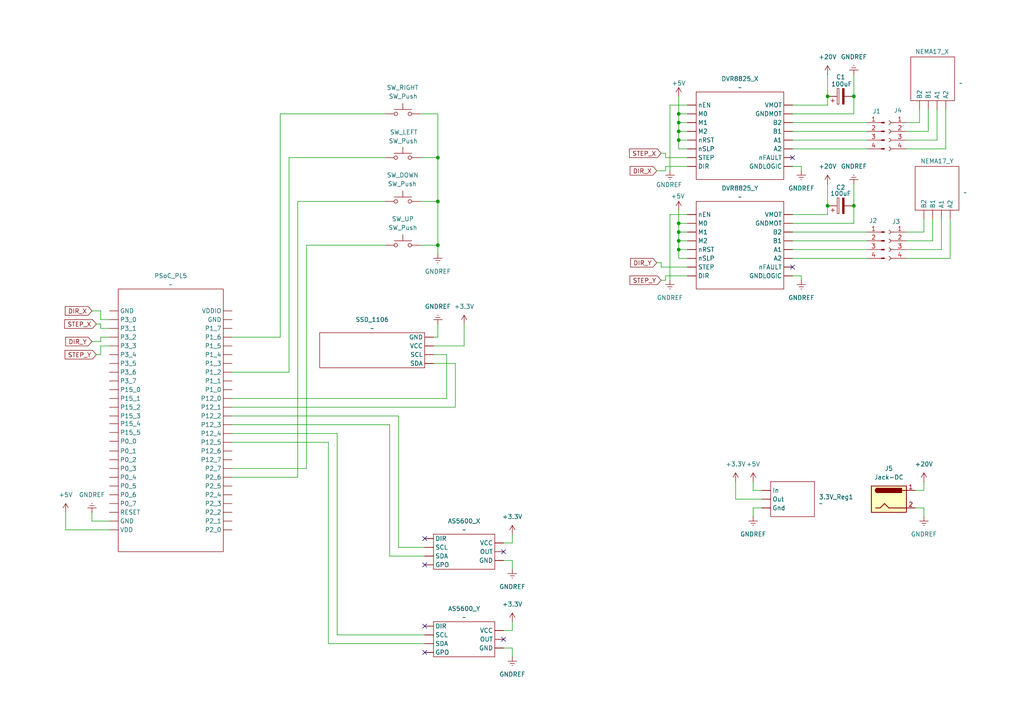
<source format=kicad_sch>
(kicad_sch (version 20231120) (generator "eeschema") (generator_version "8.0")
  (paper "A4")
  (lib_symbols
    (symbol "Connector:Conn_01x04_Pin" (pin_names (offset 1.016) hide)
      (property "Reference" "J" (at 0 5.08 0))
      (property "Value" "Conn_01x04_Pin" (at 0 -7.62 0))
      (symbol "Conn_01x04_Pin_1_1"
        (polyline (pts (xy 1.27 -5.08) (xy 0.8636 -5.08)) (stroke (width 0.1524)))
        (polyline (pts (xy 1.27 -2.54) (xy 0.8636 -2.54)) (stroke (width 0.1524)))
        (polyline (pts (xy 1.27 0) (xy 0.8636 0)) (stroke (width 0.1524)))
        (polyline (pts (xy 1.27 2.54) (xy 0.8636 2.54)) (stroke (width 0.1524)))
        (rectangle (start 0.8636 -4.953) (end 0 -5.207) (stroke (width 0.1524)) (fill (type outline)))
        (rectangle (start 0.8636 -2.413) (end 0 -2.667) (stroke (width 0.1524)) (fill (type outline)))
        (rectangle (start 0.8636 0.127) (end 0 -0.127) (stroke (width 0.1524)) (fill (type outline)))
        (rectangle (start 0.8636 2.667) (end 0 2.413) (stroke (width 0.1524)) (fill (type outline)))
        (pin passive line (at 5.08 2.54 180) (length 3.81) (name "Pin_1") (number "1"))
        (pin passive line (at 5.08 0 180) (length 3.81) (name "Pin_2") (number "2"))
        (pin passive line (at 5.08 -2.54 180) (length 3.81) (name "Pin_3") (number "3"))
        (pin passive line (at 5.08 -5.08 180) (length 3.81) (name "Pin_4") (number "4"))
      )
    )
    (symbol "Connector:Conn_01x04_Socket" (pin_names (offset 1.016) hide)
      (property "Reference" "J" (at 0 5.08 0))
      (property "Value" "Conn_01x04_Socket" (at 0 -7.62 0))
      (symbol "Conn_01x04_Socket_1_1"
        (arc (start 0 -4.572) (mid -0.5058 -5.08) (end 0 -5.588) (stroke (width 0.1524)))
        (arc (start 0 -2.032) (mid -0.5058 -2.54) (end 0 -3.048) (stroke (width 0.1524)))
        (polyline (pts (xy -1.27 -5.08) (xy -0.508 -5.08)) (stroke (width 0.1524)))
        (polyline (pts (xy -1.27 -2.54) (xy -0.508 -2.54)) (stroke (width 0.1524)))
        (polyline (pts (xy -1.27 0) (xy -0.508 0)) (stroke (width 0.1524)))
        (polyline (pts (xy -1.27 2.54) (xy -0.508 2.54)) (stroke (width 0.1524)))
        (arc (start 0 0.508) (mid -0.5058 0) (end 0 -0.508) (stroke (width 0.1524)))
        (arc (start 0 3.048) (mid -0.5058 2.54) (end 0 2.032) (stroke (width 0.1524)))
        (pin passive line (at -5.08 2.54 0) (length 3.81) (name "Pin_1") (number "1"))
        (pin passive line (at -5.08 0 0) (length 3.81) (name "Pin_2") (number "2"))
        (pin passive line (at -5.08 -2.54 0) (length 3.81) (name "Pin_3") (number "3"))
        (pin passive line (at -5.08 -5.08 0) (length 3.81) (name "Pin_4") (number "4"))
      )
    )
    (symbol "Connector:Jack-DC" (pin_names (offset 1.016))
      (property "Reference" "J" (at 0 5.334 0))
      (property "Value" "Jack-DC" (at 0 -5.08 0))
      (symbol "Jack-DC_0_1"
        (rectangle (start -5.08 3.81) (end 5.08 -3.81) (stroke (width 0.254)) (fill (type background)))
        (arc (start -3.302 3.175) (mid -3.9343 2.54) (end -3.302 1.905) (stroke (width 0.254)))
        (arc (start -3.302 3.175) (mid -3.9343 2.54) (end -3.302 1.905) (stroke (width 0.254)) (fill (type outline)))
        (polyline (pts (xy 5.08 2.54) (xy 3.81 2.54)) (stroke (width 0.254)))
        (polyline (pts (xy -3.81 -2.54) (xy -2.54 -2.54) (xy -1.27 -1.27) (xy 0 -2.54) (xy 2.54 -2.54) (xy 5.08 -2.54)) (stroke (width 0.254)))
        (rectangle (start 3.683 3.175) (end -3.302 1.905) (stroke (width 0.254)) (fill (type outline)))
      )
      (symbol "Jack-DC_1_1"
        (pin passive line (at 7.62 2.54 180) (length 2.54) (name "~") (number "1"))
        (pin passive line (at 7.62 -2.54 180) (length 2.54) (name "~") (number "2"))
      )
    )
    (symbol "DVR8825_1"
      (property "Reference" "DVR8825" (at 0 0 0))
      (symbol "DVR8825_1_0_1"
        (rectangle (start -12.7 12.7) (end 12.7 -12.7))
      )
      (symbol "DVR8825_1_1_1"
        (pin input line (at 15.24 -1.27 180) (length 2.54) (name "A1") (number ""))
        (pin input line (at 15.24 -3.81 180) (length 2.54) (name "A2") (number ""))
        (pin input line (at 15.24 1.27 180) (length 2.54) (name "B1") (number ""))
        (pin input line (at 15.24 3.81 180) (length 2.54) (name "B2") (number ""))
        (pin input line (at -15.24 -8.89 0) (length 2.54) (name "DIR") (number ""))
        (pin input line (at 15.24 -8.89 180) (length 2.54) (name "GNDLOGIC") (number ""))
        (pin input line (at 15.24 6.35 180) (length 2.54) (name "GNDMOT") (number ""))
        (pin input line (at -15.24 6.35 0) (length 2.54) (name "M0") (number ""))
        (pin input line (at -15.24 3.81 0) (length 2.54) (name "M1") (number ""))
        (pin input line (at -15.24 1.27 0) (length 2.54) (name "M2") (number ""))
        (pin input line (at -15.24 -6.35 0) (length 2.54) (name "STEP") (number ""))
        (pin input line (at 15.24 8.89 180) (length 2.54) (name "VMOT") (number ""))
        (pin input line (at -15.24 8.89 0) (length 2.54) (name "nEN") (number ""))
        (pin input line (at 15.24 -6.35 180) (length 2.54) (name "nFAULT") (number ""))
        (pin input line (at -15.24 -1.27 0) (length 2.54) (name "nRST") (number ""))
        (pin input line (at -15.24 -3.81 0) (length 2.54) (name "nSLP") (number ""))
      )
    )
    (symbol "Device:C_Polarized" (pin_numbers hide) (pin_names (offset 0.254))
      (property "Reference" "C" (at 0.635 2.54 0))
      (property "Value" "C_Polarized" (at 0.635 -2.54 0))
      (symbol "C_Polarized_0_1"
        (rectangle (start -2.286 0.508) (end 2.286 1.016))
        (polyline (pts (xy -1.778 2.286) (xy -0.762 2.286)))
        (polyline (pts (xy -1.27 2.794) (xy -1.27 1.778)))
        (rectangle (start 2.286 -0.508) (end -2.286 -1.016) (fill (type outline)))
      )
      (symbol "C_Polarized_1_1"
        (pin passive line (at 0 3.81 270) (length 2.794) (name "~") (number "1"))
        (pin passive line (at 0 -3.81 90) (length 2.794) (name "~") (number "2"))
      )
    )
    (symbol "Rotator_Library:3.3_Lin_Reg"
      (property "Reference" "3.3V_Reg" (at -0.254 4.064 0))
      (symbol "3.3_Lin_Reg_0_1"
        (rectangle (start -5.08 6.35) (end 5.08 -6.35))
      )
      (symbol "3.3_Lin_Reg_1_1"
        (pin power_in line (at 2.54 -8.89 90) (length 2.54) (name "Gnd") (number ""))
        (pin power_in line (at -2.54 -8.89 90) (length 2.54) (name "In") (number ""))
        (pin power_out line (at 0 -8.89 90) (length 2.54) (name "Out") (number ""))
      )
    )
    (symbol "Rotator_Library:AS5600"
      (property "Reference" "AS5600" (at 0 0 0))
      (symbol "AS5600_0_1"
        (rectangle (start -8.89 5.08) (end 8.89 -5.08))
      )
      (symbol "AS5600_1_1"
        (pin input line (at -11.43 3.81 0) (length 2.54) (name "DIR") (number ""))
        (pin input line (at 11.43 -2.54 180) (length 2.54) (name "GND") (number ""))
        (pin input line (at -11.43 -3.81 0) (length 2.54) (name "GPO") (number ""))
        (pin input line (at 11.43 0 180) (length 2.54) (name "OUT") (number ""))
        (pin input line (at -11.43 1.27 0) (length 2.54) (name "SCL") (number ""))
        (pin input line (at -11.43 -1.27 0) (length 2.54) (name "SDA") (number ""))
        (pin input line (at 11.43 2.54 180) (length 2.54) (name "VCC") (number ""))
      )
    )
    (symbol "Rotator_Library:DVR8825"
      (property "Reference" "DVR8825" (at 0 0 0))
      (symbol "DVR8825_0_1"
        (rectangle (start -12.7 12.7) (end 12.7 -12.7))
      )
      (symbol "DVR8825_1_1"
        (pin input line (at 15.24 -1.27 180) (length 2.54) (name "A1") (number ""))
        (pin input line (at 15.24 -3.81 180) (length 2.54) (name "A2") (number ""))
        (pin input line (at 15.24 1.27 180) (length 2.54) (name "B1") (number ""))
        (pin input line (at 15.24 3.81 180) (length 2.54) (name "B2") (number ""))
        (pin input line (at -15.24 -8.89 0) (length 2.54) (name "DIR") (number ""))
        (pin input line (at 15.24 -8.89 180) (length 2.54) (name "GNDLOGIC") (number ""))
        (pin input line (at 15.24 6.35 180) (length 2.54) (name "GNDMOT") (number ""))
        (pin input line (at -15.24 6.35 0) (length 2.54) (name "M0") (number ""))
        (pin input line (at -15.24 3.81 0) (length 2.54) (name "M1") (number ""))
        (pin input line (at -15.24 1.27 0) (length 2.54) (name "M2") (number ""))
        (pin input line (at -15.24 -6.35 0) (length 2.54) (name "STEP") (number ""))
        (pin input line (at 15.24 8.89 180) (length 2.54) (name "VMOT") (number ""))
        (pin input line (at -15.24 8.89 0) (length 2.54) (name "nEN") (number ""))
        (pin input line (at 15.24 -6.35 180) (length 2.54) (name "nFAULT") (number ""))
        (pin input line (at -15.24 -1.27 0) (length 2.54) (name "nRST") (number ""))
        (pin input line (at -15.24 -3.81 0) (length 2.54) (name "nSLP") (number ""))
      )
    )
    (symbol "Rotator_Library:NEMA17Stepper"
      (property "Reference" "NEMA17" (at 0 0 0))
      (symbol "NEMA17Stepper_0_1"
        (rectangle (start -6.35 6.35) (end 6.35 -6.35))
      )
      (symbol "NEMA17Stepper_1_1"
        (pin input line (at 1.27 -8.89 90) (length 2.54) (name "A1") (number ""))
        (pin input line (at 3.81 -8.89 90) (length 2.54) (name "A2") (number ""))
        (pin input line (at -1.27 -8.89 90) (length 2.54) (name "B1") (number ""))
        (pin input line (at -3.81 -8.89 90) (length 2.54) (name "B2") (number ""))
      )
    )
    (symbol "Rotator_Library:PSoC"
      (property "Reference" "PSoC" (at -0.254 0 0))
      (symbol "PSoC_0_1"
        (rectangle (start -15.24 38.1) (end 15.24 -38.1))
      )
      (symbol "PSoC_1_1"
        (pin input line (at -17.78 -29.21 0) (length 2.54) (name "GND") (number ""))
        (pin input line (at -17.78 31.75 0) (length 2.54) (name "GND") (number ""))
        (pin input line (at 17.78 29.21 180) (length 2.54) (name "GND") (number ""))
        (pin input line (at -17.7556 -6.0569 0) (length 2.54) (name "P0_0") (number ""))
        (pin input line (at -17.78 -8.89 0) (length 2.54) (name "P0_1") (number ""))
        (pin input line (at -17.78 -11.43 0) (length 2.54) (name "P0_2") (number ""))
        (pin input line (at -17.78 -13.97 0) (length 2.54) (name "P0_3") (number ""))
        (pin input line (at -17.78 -16.51 0) (length 2.54) (name "P0_4") (number ""))
        (pin input line (at -17.78 -19.05 0) (length 2.54) (name "P0_5") (number ""))
        (pin input line (at -17.78 -21.59 0) (length 2.54) (name "P0_6") (number ""))
        (pin input line (at -17.78 -24.13 0) (length 2.54) (name "P0_7") (number ""))
        (pin input line (at 17.78 6.35 180) (length 2.54) (name "P12_0") (number ""))
        (pin input line (at 17.78 3.81 180) (length 2.54) (name "P12_1") (number ""))
        (pin input line (at 17.78 1.27 180) (length 2.54) (name "P12_2") (number ""))
        (pin input line (at 17.78 -1.27 180) (length 2.54) (name "P12_3") (number ""))
        (pin input line (at 17.78 -3.81 180) (length 2.54) (name "P12_4") (number ""))
        (pin input line (at 17.78 -6.35 180) (length 2.54) (name "P12_5") (number ""))
        (pin input line (at 17.78 -8.89 180) (length 2.54) (name "P12_6") (number ""))
        (pin input line (at 17.78 -11.43 180) (length 2.54) (name "P12_7") (number ""))
        (pin input line (at -17.78 8.89 0) (length 2.54) (name "P15_0") (number ""))
        (pin input line (at -17.78 6.35 0) (length 2.54) (name "P15_1") (number ""))
        (pin input line (at -17.78 3.81 0) (length 2.54) (name "P15_2") (number ""))
        (pin input line (at -17.78 1.27 0) (length 2.54) (name "P15_3") (number ""))
        (pin input line (at -17.7556 -0.9769 0) (length 2.54) (name "P15_4") (number ""))
        (pin input line (at -17.7556 -3.5169 0) (length 2.54) (name "P15_5") (number ""))
        (pin input line (at 17.78 8.89 180) (length 2.54) (name "P1_0") (number ""))
        (pin input line (at 17.78 11.43 180) (length 2.54) (name "P1_1") (number ""))
        (pin input line (at 17.78 13.97 180) (length 2.54) (name "P1_2") (number ""))
        (pin input line (at 17.78 16.51 180) (length 2.54) (name "P1_3") (number ""))
        (pin input line (at 17.78 19.05 180) (length 2.54) (name "P1_4") (number ""))
        (pin input line (at 17.78 21.59 180) (length 2.54) (name "P1_5") (number ""))
        (pin input line (at 17.78 24.13 180) (length 2.54) (name "P1_6") (number ""))
        (pin input line (at 17.78 26.67 180) (length 2.54) (name "P1_7") (number ""))
        (pin input line (at 17.78 -31.75 180) (length 2.54) (name "P2_0") (number ""))
        (pin input line (at 17.78 -29.21 180) (length 2.54) (name "P2_1") (number ""))
        (pin input line (at 17.78 -26.67 180) (length 2.54) (name "P2_2") (number ""))
        (pin input line (at 17.78 -24.13 180) (length 2.54) (name "P2_3") (number ""))
        (pin input line (at 17.78 -21.59 180) (length 2.54) (name "P2_4") (number ""))
        (pin input line (at 17.78 -19.05 180) (length 2.54) (name "P2_5") (number ""))
        (pin input line (at 17.78 -16.51 180) (length 2.54) (name "P2_6") (number ""))
        (pin input line (at 17.78 -13.97 180) (length 2.54) (name "P2_7") (number ""))
        (pin tri_state line (at -17.78 29.21 0) (length 2.54) (name "P3_0") (number ""))
        (pin tri_state line (at -17.78 26.67 0) (length 2.54) (name "P3_1") (number ""))
        (pin tri_state line (at -17.78 24.13 0) (length 2.54) (name "P3_2") (number ""))
        (pin tri_state line (at -17.78 21.59 0) (length 2.54) (name "P3_3") (number ""))
        (pin input line (at -17.78 19.05 0) (length 2.54) (name "P3_4") (number ""))
        (pin input line (at -17.78 16.51 0) (length 2.54) (name "P3_5") (number ""))
        (pin input line (at -17.78 13.97 0) (length 2.54) (name "P3_6") (number ""))
        (pin input line (at -17.78 11.43 0) (length 2.54) (name "P3_7") (number ""))
        (pin input line (at -17.78 -26.67 0) (length 2.54) (name "RESET") (number ""))
        (pin input line (at -17.78 -31.75 0) (length 2.54) (name "VDD") (number ""))
        (pin input line (at 17.78 31.75 180) (length 2.54) (name "VDDIO") (number ""))
      )
    )
    (symbol "Rotator_Library:SSD1306"
      (property "Reference" "SSD1306" (at 0 0 0))
      (symbol "SSD1306_0_1"
        (rectangle (start -15.24 5.08) (end 15.24 -5.08))
      )
      (symbol "SSD1306_1_1"
        (pin input line (at 17.78 3.81 180) (length 2.54) (name "GND") (number ""))
        (pin input line (at 17.78 -1.27 180) (length 2.54) (name "SCL") (number ""))
        (pin input line (at 17.78 -3.81 180) (length 2.54) (name "SDA") (number ""))
        (pin input line (at 17.78 1.27 180) (length 2.54) (name "VCC") (number ""))
      )
    )
    (symbol "Switch:SW_Push" (pin_numbers hide) (pin_names (offset 1.016) hide)
      (property "Reference" "SW" (at 1.27 2.54 0))
      (property "Value" "SW_Push" (at 0 -1.524 0))
      (symbol "SW_Push_0_1"
        (circle (center -2.032 0) (radius 0.508))
        (polyline (pts (xy 0 1.27) (xy 0 3.048)))
        (polyline (pts (xy 2.54 1.27) (xy -2.54 1.27)))
        (circle (center 2.032 0) (radius 0.508))
        (pin passive line (at -5.08 0 0) (length 2.54) (name "1") (number "1"))
        (pin passive line (at 5.08 0 180) (length 2.54) (name "2") (number "2"))
      )
    )
    (symbol "power:+3.3V" (power) (pin_numbers hide) (pin_names (offset 0) hide)
      (property "Value" "+3.3V" (at 0 3.556 0))
      (symbol "+3.3V_0_1"
        (polyline (pts (xy -0.762 1.27) (xy 0 2.54)))
        (polyline (pts (xy 0 0) (xy 0 2.54)))
        (polyline (pts (xy 0 2.54) (xy 0.762 1.27)))
      )
      (symbol "+3.3V_1_1"
        (pin power_in line (at 0 0 90) (length 0) (name "~") (number "1"))
      )
    )
    (symbol "power:+5V" (power) (pin_numbers hide) (pin_names (offset 0) hide)
      (property "Value" "+5V" (at 0 3.556 0))
      (symbol "+5V_0_1"
        (polyline (pts (xy -0.762 1.27) (xy 0 2.54)))
        (polyline (pts (xy 0 0) (xy 0 2.54)))
        (polyline (pts (xy 0 2.54) (xy 0.762 1.27)))
      )
      (symbol "+5V_1_1"
        (pin power_in line (at 0 0 90) (length 0) (name "~") (number "1"))
      )
    )
    (symbol "power:GNDREF" (power) (pin_numbers hide) (pin_names (offset 0) hide)
      (property "Value" "GNDREF" (at 0 -3.81 0))
      (symbol "GNDREF_0_1"
        (polyline (pts (xy -0.635 -1.905) (xy 0.635 -1.905)))
        (polyline (pts (xy -0.127 -2.54) (xy 0.127 -2.54)))
        (polyline (pts (xy 0 -1.27) (xy 0 0)))
        (polyline (pts (xy 1.27 -1.27) (xy -1.27 -1.27)))
      )
      (symbol "GNDREF_1_1"
        (pin power_in line (at 0 0 270) (length 0) (name "~") (number "1"))
      )
    )
  )
  (junction (at 196.85 35.56))
  (junction (at 247.65 27.94))
  (junction (at 240.03 27.94))
  (junction (at 196.85 69.85))
  (junction (at 127 45.72))
  (junction (at 127 71.12))
  (junction (at 196.85 67.31))
  (junction (at 196.85 38.1))
  (junction (at 196.85 72.39))
  (junction (at 247.65 59.69))
  (junction (at 127 58.42))
  (junction (at 196.85 33.02))
  (junction (at 240.03 59.69))
  (junction (at 196.85 64.77))
  (junction (at 196.85 40.64))
  (no_connect (at 146.05 160.02))
  (no_connect (at 146.05 185.42))
  (no_connect (at 123.19 156.21))
  (no_connect (at 229.87 45.72))
  (no_connect (at 123.19 189.23))
  (no_connect (at 123.19 181.61))
  (no_connect (at 229.87 77.47))
  (no_connect (at 123.19 163.83))
  (wire (pts (xy 267.97 147.32) (xy 267.97 149.86)))
  (wire (pts (xy 196.85 64.77) (xy 199.39 64.77)))
  (wire (pts (xy 127 71.12) (xy 127 73.66)))
  (wire (pts (xy 262.89 69.85) (xy 270.51 69.85)))
  (wire (pts (xy 196.85 60.96) (xy 196.85 64.77)))
  (wire (pts (xy 229.87 72.39) (xy 251.46 72.39)))
  (wire (pts (xy 218.44 147.32) (xy 220.98 147.32)))
  (wire (pts (xy 123.19 184.15) (xy 97.79 184.15)))
  (wire (pts (xy 148.59 182.88) (xy 148.59 180.34)))
  (wire (pts (xy 265.43 147.32) (xy 267.97 147.32)))
  (wire (pts (xy 125.73 100.33) (xy 134.62 100.33)))
  (wire (pts (xy 115.57 120.65) (xy 67.31 120.65)))
  (wire (pts (xy 127 45.72) (xy 127 58.42)))
  (wire (pts (xy 267.97 142.24) (xy 267.97 139.7)))
  (wire (pts (xy 229.87 43.18) (xy 251.46 43.18)))
  (wire (pts (xy 273.05 72.39) (xy 273.05 63.5)))
  (wire (pts (xy 199.39 38.1) (xy 196.85 38.1)))
  (wire (pts (xy 97.79 125.73) (xy 67.31 125.73)))
  (wire (pts (xy 247.65 27.94) (xy 247.65 33.02)))
  (wire (pts (xy 270.51 69.85) (xy 270.51 63.5)))
  (wire (pts (xy 262.89 43.18) (xy 274.32 43.18)))
  (wire (pts (xy 83.82 45.72) (xy 83.82 107.95)))
  (wire (pts (xy 86.36 138.43) (xy 86.36 58.42)))
  (wire (pts (xy 275.59 74.93) (xy 275.59 63.5)))
  (wire (pts (xy 193.04 81.28) (xy 191.77 81.28)))
  (wire (pts (xy 229.87 48.26) (xy 232.41 48.26)))
  (wire (pts (xy 262.89 74.93) (xy 275.59 74.93)))
  (wire (pts (xy 81.28 97.79) (xy 67.31 97.79)))
  (wire (pts (xy 194.31 30.48) (xy 199.39 30.48)))
  (wire (pts (xy 67.31 118.11) (xy 132.08 118.11)))
  (wire (pts (xy 127 33.02) (xy 127 45.72)))
  (wire (pts (xy 123.19 158.75) (xy 115.57 158.75)))
  (wire (pts (xy 229.87 30.48) (xy 240.03 30.48)))
  (wire (pts (xy 247.65 27.94) (xy 247.65 21.59)))
  (wire (pts (xy 29.21 99.06) (xy 29.21 97.79)))
  (wire (pts (xy 146.05 182.88) (xy 148.59 182.88)))
  (wire (pts (xy 262.89 35.56) (xy 266.7 35.56)))
  (wire (pts (xy 88.9 71.12) (xy 88.9 135.89)))
  (wire (pts (xy 29.21 102.87) (xy 29.21 100.33)))
  (wire (pts (xy 146.05 162.56) (xy 148.59 162.56)))
  (wire (pts (xy 146.05 157.48) (xy 148.59 157.48)))
  (wire (pts (xy 148.59 162.56) (xy 148.59 165.1)))
  (wire (pts (xy 229.87 64.77) (xy 247.65 64.77)))
  (wire (pts (xy 262.89 40.64) (xy 271.78 40.64)))
  (wire (pts (xy 240.03 59.69) (xy 240.03 62.23)))
  (wire (pts (xy 29.21 92.71) (xy 31.75 92.71)))
  (wire (pts (xy 29.21 95.25) (xy 31.75 95.25)))
  (wire (pts (xy 121.92 45.72) (xy 127 45.72)))
  (wire (pts (xy 196.85 43.18) (xy 199.39 43.18)))
  (wire (pts (xy 262.89 67.31) (xy 267.97 67.31)))
  (wire (pts (xy 229.87 38.1) (xy 251.46 38.1)))
  (wire (pts (xy 83.82 45.72) (xy 111.76 45.72)))
  (wire (pts (xy 196.85 33.02) (xy 199.39 33.02)))
  (wire (pts (xy 97.79 125.73) (xy 97.79 184.15)))
  (wire (pts (xy 229.87 33.02) (xy 247.65 33.02)))
  (wire (pts (xy 127 93.98) (xy 127 97.79)))
  (wire (pts (xy 262.89 38.1) (xy 269.24 38.1)))
  (wire (pts (xy 146.05 187.96) (xy 148.59 187.96)))
  (wire (pts (xy 267.97 67.31) (xy 267.97 63.5)))
  (wire (pts (xy 29.21 90.17) (xy 29.21 92.71)))
  (wire (pts (xy 121.92 33.02) (xy 127 33.02)))
  (wire (pts (xy 31.75 153.67) (xy 19.05 153.67)))
  (wire (pts (xy 229.87 67.31) (xy 251.46 67.31)))
  (wire (pts (xy 193.04 44.45) (xy 193.04 45.72)))
  (wire (pts (xy 29.21 97.79) (xy 31.75 97.79)))
  (wire (pts (xy 196.85 27.94) (xy 196.85 33.02)))
  (wire (pts (xy 229.87 62.23) (xy 240.03 62.23)))
  (wire (pts (xy 127 58.42) (xy 127 71.12)))
  (wire (pts (xy 218.44 149.86) (xy 218.44 147.32)))
  (wire (pts (xy 229.87 69.85) (xy 251.46 69.85)))
  (wire (pts (xy 134.62 100.33) (xy 134.62 93.98)))
  (wire (pts (xy 232.41 48.26) (xy 232.41 49.53)))
  (wire (pts (xy 199.39 35.56) (xy 196.85 35.56)))
  (wire (pts (xy 199.39 48.26) (xy 193.04 48.26)))
  (wire (pts (xy 86.36 58.42) (xy 111.76 58.42)))
  (wire (pts (xy 81.28 33.02) (xy 81.28 97.79)))
  (wire (pts (xy 196.85 74.93) (xy 199.39 74.93)))
  (wire (pts (xy 27.94 102.87) (xy 29.21 102.87)))
  (wire (pts (xy 199.39 80.01) (xy 193.04 80.01)))
  (wire (pts (xy 67.31 107.95) (xy 83.82 107.95)))
  (wire (pts (xy 196.85 38.1) (xy 196.85 35.56)))
  (wire (pts (xy 193.04 49.53) (xy 190.5 49.53)))
  (wire (pts (xy 148.59 187.96) (xy 148.59 190.5)))
  (wire (pts (xy 196.85 35.56) (xy 196.85 33.02)))
  (wire (pts (xy 196.85 72.39) (xy 196.85 74.93)))
  (wire (pts (xy 247.65 59.69) (xy 247.65 53.34)))
  (wire (pts (xy 129.54 102.87) (xy 129.54 115.57)))
  (wire (pts (xy 127 97.79) (xy 125.73 97.79)))
  (wire (pts (xy 95.25 128.27) (xy 95.25 186.69)))
  (wire (pts (xy 229.87 35.56) (xy 251.46 35.56)))
  (wire (pts (xy 196.85 69.85) (xy 196.85 72.39)))
  (wire (pts (xy 113.03 123.19) (xy 113.03 161.29)))
  (wire (pts (xy 67.31 138.43) (xy 86.36 138.43)))
  (wire (pts (xy 218.44 142.24) (xy 220.98 142.24)))
  (wire (pts (xy 148.59 157.48) (xy 148.59 154.94)))
  (wire (pts (xy 19.05 153.67) (xy 19.05 148.59)))
  (wire (pts (xy 196.85 72.39) (xy 199.39 72.39)))
  (wire (pts (xy 196.85 69.85) (xy 196.85 67.31)))
  (wire (pts (xy 271.78 40.64) (xy 271.78 31.75)))
  (wire (pts (xy 232.41 80.01) (xy 232.41 81.28)))
  (wire (pts (xy 218.44 139.7) (xy 218.44 142.24)))
  (wire (pts (xy 191.77 44.45) (xy 193.04 44.45)))
  (wire (pts (xy 113.03 161.29) (xy 123.19 161.29)))
  (wire (pts (xy 199.39 67.31) (xy 196.85 67.31)))
  (wire (pts (xy 129.54 115.57) (xy 67.31 115.57)))
  (wire (pts (xy 213.36 139.7) (xy 213.36 144.78)))
  (wire (pts (xy 265.43 142.24) (xy 267.97 142.24)))
  (wire (pts (xy 247.65 59.69) (xy 247.65 64.77)))
  (wire (pts (xy 213.36 144.78) (xy 220.98 144.78)))
  (wire (pts (xy 29.21 93.98) (xy 29.21 95.25)))
  (wire (pts (xy 229.87 80.01) (xy 232.41 80.01)))
  (wire (pts (xy 88.9 71.12) (xy 111.76 71.12)))
  (wire (pts (xy 26.67 151.13) (xy 26.67 148.59)))
  (wire (pts (xy 125.73 102.87) (xy 129.54 102.87)))
  (wire (pts (xy 269.24 38.1) (xy 269.24 31.75)))
  (wire (pts (xy 194.31 62.23) (xy 194.31 81.28)))
  (wire (pts (xy 229.87 40.64) (xy 251.46 40.64)))
  (wire (pts (xy 121.92 58.42) (xy 127 58.42)))
  (wire (pts (xy 196.85 40.64) (xy 196.85 43.18)))
  (wire (pts (xy 27.94 93.98) (xy 29.21 93.98)))
  (wire (pts (xy 194.31 62.23) (xy 199.39 62.23)))
  (wire (pts (xy 199.39 69.85) (xy 196.85 69.85)))
  (wire (pts (xy 26.67 99.06) (xy 29.21 99.06)))
  (wire (pts (xy 132.08 105.41) (xy 132.08 118.11)))
  (wire (pts (xy 240.03 27.94) (xy 240.03 30.48)))
  (wire (pts (xy 274.32 43.18) (xy 274.32 31.75)))
  (wire (pts (xy 240.03 27.94) (xy 240.03 21.59)))
  (wire (pts (xy 193.04 80.01) (xy 193.04 81.28)))
  (wire (pts (xy 196.85 67.31) (xy 196.85 64.77)))
  (wire (pts (xy 196.85 38.1) (xy 196.85 40.64)))
  (wire (pts (xy 125.73 105.41) (xy 132.08 105.41)))
  (wire (pts (xy 113.03 123.19) (xy 67.31 123.19)))
  (wire (pts (xy 191.77 76.2) (xy 191.77 77.47)))
  (wire (pts (xy 191.77 77.47) (xy 199.39 77.47)))
  (wire (pts (xy 229.87 74.93) (xy 251.46 74.93)))
  (wire (pts (xy 194.31 30.48) (xy 194.31 49.53)))
  (wire (pts (xy 266.7 35.56) (xy 266.7 31.75)))
  (wire (pts (xy 240.03 59.69) (xy 240.03 53.34)))
  (wire (pts (xy 81.28 33.02) (xy 111.76 33.02)))
  (wire (pts (xy 95.25 128.27) (xy 67.31 128.27)))
  (wire (pts (xy 26.67 90.17) (xy 29.21 90.17)))
  (wire (pts (xy 190.5 76.2) (xy 191.77 76.2)))
  (wire (pts (xy 31.75 151.13) (xy 26.67 151.13)))
  (wire (pts (xy 121.92 71.12) (xy 127 71.12)))
  (wire (pts (xy 196.85 40.64) (xy 199.39 40.64)))
  (wire (pts (xy 193.04 45.72) (xy 199.39 45.72)))
  (wire (pts (xy 115.57 120.65) (xy 115.57 158.75)))
  (wire (pts (xy 193.04 48.26) (xy 193.04 49.53)))
  (wire (pts (xy 29.21 100.33) (xy 31.75 100.33)))
  (wire (pts (xy 123.19 186.69) (xy 95.25 186.69)))
  (wire (pts (xy 67.31 135.89) (xy 88.9 135.89)))
  (wire (pts (xy 262.89 72.39) (xy 273.05 72.39)))
  (global_label "STEP_X" (shape input) (at 191.77 44.45 180) (property "Intersheetrefs" "${INTERSHEET_REFS}" (effects (hide yes))))
  (global_label "DIR_Y" (shape input) (at 190.5 76.2 180) (property "Intersheetrefs" "${INTERSHEET_REFS}" (effects (hide yes))))
  (global_label "STEP_Y" (shape input) (at 27.94 102.87 180) (property "Intersheetrefs" "${INTERSHEET_REFS}" (effects (hide yes))))
  (global_label "STEP_X" (shape input) (at 27.94 93.98 180) (property "Intersheetrefs" "${INTERSHEET_REFS}" (effects (hide yes))))
  (global_label "DIR_X" (shape input) (at 26.67 90.17 180) (property "Intersheetrefs" "${INTERSHEET_REFS}" (effects (hide yes))))
  (global_label "DIR_Y" (shape input) (at 26.67 99.06 180) (property "Intersheetrefs" "${INTERSHEET_REFS}" (effects (hide yes))))
  (global_label "DIR_X" (shape input) (at 190.5 49.53 180) (property "Intersheetrefs" "${INTERSHEET_REFS}" (effects (hide yes))))
  (global_label "STEP_Y" (shape input) (at 191.77 81.28 180) (property "Intersheetrefs" "${INTERSHEET_REFS}" (effects (hide yes))))
  (symbol (lib_id "power:GNDREF") (at 127 93.98 0) (mirror x) (unit 1)
    (property "Reference" "#PWR02" (effects (hide yes)))
    (property "Value" "GNDREF" (at 127 88.9 0))
    (property "Description" "Power symbol creates a global label with name \"GNDREF\" , reference supply ground" (effects (hide yes)))
  )
  (symbol (lib_id "power:GNDREF") (at 194.31 81.28 0) (unit 1)
    (property "Reference" "#PWR03" (effects (hide yes)))
    (property "Value" "GNDREF" (at 194.31 86.36 0))
    (property "Description" "Power symbol creates a global label with name \"GNDREF\" , reference supply ground" (effects (hide yes)))
  )
  (symbol (lib_id "Switch:SW_Push") (at 116.84 45.72 0) (unit 1)
    (property "Reference" "SW_LEFT" (at 121.158 38.354 0) (effects (justify right)))
    (property "Value" "SW_Push" (at 121.158 40.894 0) (effects (justify right)))
    (property "Description" "Push button switch, generic, two pins" (effects (hide yes)))
  )
  (symbol (lib_id "Rotator_Library:3.3_Lin_Reg") (at 229.87 144.78 270) (unit 1)
    (property "Reference" "3.3V_Reg1" (at 237.49 144.1449 90) (effects (justify left)))
    (property "Value" "~" (at 237.49 146.05 90) (effects (justify left)))
  )
  (symbol (lib_id "power:+3.3V") (at 196.85 60.96 0) (unit 1)
    (property "Reference" "#PWR05" (effects (hide yes)))
    (property "Value" "+5V" (at 196.596 56.896 0))
    (property "Description" "Power symbol creates a global label with name \"+3.3V\"" (effects (hide yes)))
  )
  (symbol (lib_id "Device:C_Polarized") (at 243.84 59.69 90) (unit 1)
    (property "Reference" "C2" (at 243.84 54.356 90))
    (property "Value" "100uF" (at 243.84 56.134 90))
    (property "Description" "Polarized capacitor" (effects (hide yes)))
  )
  (symbol (lib_name "Rotator_Library:NEMA17Stepper") (lib_id "Rotator_Library:NEMA17Stepper") (at 271.78 54.61 0) (unit 1)
    (property "Reference" "NEMA17_Y" (at 266.954 46.736 0) (effects (justify left)))
    (property "Value" "~" (at 279.4 55.88 0) (effects (justify left)))
  )
  (symbol (lib_id "Connector:Conn_01x04_Socket") (at 257.81 38.1 0) (mirror y) (unit 1)
    (property "Reference" "J4" (at 261.62 32.004 0) (effects (justify left)))
    (property "Value" "Conn_01x04_Socket" (effects (hide yes)))
    (property "Description" "Generic connector, single row, 01x04, script generated" (effects (hide yes)))
  )
  (symbol (lib_id "power:GNDREF") (at 232.41 81.28 0) (unit 1)
    (property "Reference" "#PWR08" (effects (hide yes)))
    (property "Value" "GNDREF" (at 232.41 86.36 0))
    (property "Description" "Power symbol creates a global label with name \"GNDREF\" , reference supply ground" (effects (hide yes)))
  )
  (symbol (lib_id "power:GNDREF") (at 194.31 49.53 0) (unit 1)
    (property "Reference" "#PWR01" (effects (hide yes)))
    (property "Value" "GNDREF" (at 194.056 53.594 0))
    (property "Description" "Power symbol creates a global label with name \"GNDREF\" , reference supply ground" (effects (hide yes)))
  )
  (symbol (lib_id "Connector:Conn_01x04_Socket") (at 257.81 69.85 0) (mirror y) (unit 1)
    (property "Reference" "J3" (at 261.112 64.262 0) (effects (justify left)))
    (property "Value" "Conn_01x04_Socket" (effects (hide yes)))
    (property "Description" "Generic connector, single row, 01x04, script generated" (effects (hide yes)))
  )
  (symbol (lib_id "power:GNDREF") (at 148.59 165.1 0) (unit 1)
    (property "Reference" "#PWR014" (effects (hide yes)))
    (property "Value" "GNDREF" (at 148.59 170.18 0))
    (property "Description" "Power symbol creates a global label with name \"GNDREF\" , reference supply ground" (effects (hide yes)))
  )
  (symbol (lib_id "Connector:Conn_01x04_Pin") (at 256.54 69.85 0) (mirror y) (unit 1)
    (property "Reference" "J2" (at 253.238 64.008 0))
    (property "Value" "Conn_01x04_Pin" (effects (hide yes)))
    (property "Description" "Generic connector, single row, 01x04, script generated" (effects (hide yes)))
  )
  (symbol (lib_name "Rotator_Library:AS5600") (lib_id "Rotator_Library:AS5600") (at 134.62 160.02 0) (unit 1)
    (property "Reference" "AS5600_X" (at 134.62 151.13 0))
    (property "Value" "~" (at 134.62 153.67 0))
  )
  (symbol (lib_name "Rotator_Library:NEMA17Stepper") (lib_id "Rotator_Library:NEMA17Stepper") (at 270.51 22.86 0) (unit 1)
    (property "Reference" "NEMA17_X" (at 265.43 14.986 0) (effects (justify left)))
    (property "Value" "~" (at 278.13 24.13 0) (effects (justify left)))
  )
  (symbol (lib_id "power:+5V") (at 218.44 139.7 0) (unit 1)
    (property "Reference" "#PWR022" (effects (hide yes)))
    (property "Value" "+5V" (at 218.44 134.62 0))
    (property "Description" "Power symbol creates a global label with name \"+5V\"" (effects (hide yes)))
  )
  (symbol (lib_id "Connector:Jack-DC") (at 257.81 144.78 0) (unit 1)
    (property "Reference" "J5" (at 257.81 135.89 0))
    (property "Value" "Jack-DC" (at 257.81 138.43 0))
    (property "Description" "DC Barrel Jack" (effects (hide yes)))
  )
  (symbol (lib_id "Switch:SW_Push") (at 116.84 58.42 0) (unit 1)
    (property "Reference" "SW_DOWN" (at 121.412 50.8 0) (effects (justify right)))
    (property "Value" "SW_Push" (at 120.904 53.34 0) (effects (justify right)))
    (property "Description" "Push button switch, generic, two pins" (effects (hide yes)))
  )
  (symbol (lib_id "power:+3.3V") (at 148.59 154.94 0) (unit 1)
    (property "Reference" "#PWR016" (effects (hide yes)))
    (property "Value" "+3.3V" (at 148.59 149.86 0))
    (property "Description" "Power symbol creates a global label with name \"+3.3V\"" (effects (hide yes)))
  )
  (symbol (lib_id "Switch:SW_Push") (at 116.84 71.12 0) (unit 1)
    (property "Reference" "SW_UP" (at 116.84 63.5 0))
    (property "Value" "SW_Push" (at 116.84 66.04 0))
    (property "Description" "Push button switch, generic, two pins" (effects (hide yes)))
  )
  (symbol (lib_id "Rotator_Library:SSD1306") (at 107.95 101.6 0) (unit 1)
    (property "Reference" "SSD_1106" (at 107.95 92.71 0))
    (property "Value" "~" (at 107.95 95.25 0))
  )
  (symbol (lib_id "power:+5V") (at 240.03 53.34 0) (unit 1)
    (property "Reference" "#PWR011" (effects (hide yes)))
    (property "Value" "+20V" (at 240.03 48.26 0))
    (property "Description" "Power symbol creates a global label with name \"+5V\"" (effects (hide yes)))
  )
  (symbol (lib_id "Switch:SW_Push") (at 116.84 33.02 0) (unit 1)
    (property "Reference" "SW_RIGHT" (at 121.412 25.4 0) (effects (justify right)))
    (property "Value" "SW_Push" (at 121.158 27.94 0) (effects (justify right)))
    (property "Description" "Push button switch, generic, two pins" (effects (hide yes)))
  )
  (symbol (lib_id "Device:C_Polarized") (at 243.84 27.94 90) (unit 1)
    (property "Reference" "C1" (at 243.84 22.352 90))
    (property "Value" "100uF" (at 244.094 24.384 90))
    (property "Description" "Polarized capacitor" (effects (hide yes)))
  )
  (symbol (lib_id "power:+5V") (at 267.97 139.7 0) (unit 1)
    (property "Reference" "#PWR024" (effects (hide yes)))
    (property "Value" "+20V" (at 267.97 134.62 0))
    (property "Description" "Power symbol creates a global label with name \"+5V\"" (effects (hide yes)))
  )
  (symbol (lib_id "power:GNDREF") (at 127 73.66 0) (mirror y) (unit 1)
    (property "Reference" "#PWR019" (effects (hide yes)))
    (property "Value" "GNDREF" (at 127 78.74 0))
    (property "Description" "Power symbol creates a global label with name \"GNDREF\" , reference supply ground" (effects (hide yes)))
  )
  (symbol (lib_id "power:GNDREF") (at 247.65 53.34 0) (mirror x) (unit 1)
    (property "Reference" "#PWR010" (effects (hide yes)))
    (property "Value" "GNDREF" (at 247.65 48.26 0))
    (property "Description" "Power symbol creates a global label with name \"GNDREF\" , reference supply ground" (effects (hide yes)))
  )
  (symbol (lib_id "power:+3.3V") (at 213.36 139.7 0) (unit 1)
    (property "Reference" "#PWR021" (effects (hide yes)))
    (property "Value" "+3.3V" (at 213.36 134.62 0))
    (property "Description" "Power symbol creates a global label with name \"+3.3V\"" (effects (hide yes)))
  )
  (symbol (lib_id "power:+5V") (at 240.03 21.59 0) (unit 1)
    (property "Reference" "#PWR013" (effects (hide yes)))
    (property "Value" "+20V" (at 240.03 16.51 0))
    (property "Description" "Power symbol creates a global label with name \"+5V\"" (effects (hide yes)))
  )
  (symbol (lib_name "DVR8825_1") (lib_id "Rotator_Library:DVR8825") (at 214.63 71.12 0) (unit 1)
    (property "Reference" "DVR8825_Y" (at 214.63 54.61 0))
    (property "Value" "~" (at 214.63 57.15 0))
  )
  (symbol (lib_id "power:GNDREF") (at 26.67 148.59 0) (mirror x) (unit 1)
    (property "Reference" "#PWR017" (effects (hide yes)))
    (property "Value" "GNDREF" (at 26.67 143.51 0))
    (property "Description" "Power symbol creates a global label with name \"GNDREF\" , reference supply ground" (effects (hide yes)))
  )
  (symbol (lib_id "power:+3.3V") (at 134.62 93.98 0) (unit 1)
    (property "Reference" "#PWR04" (effects (hide yes)))
    (property "Value" "+3.3V" (at 134.62 88.9 0))
    (property "Description" "Power symbol creates a global label with name \"+3.3V\"" (effects (hide yes)))
  )
  (symbol (lib_id "power:+3.3V") (at 148.59 180.34 0) (unit 1)
    (property "Reference" "#PWR015" (effects (hide yes)))
    (property "Value" "+3.3V" (at 148.59 175.26 0))
    (property "Description" "Power symbol creates a global label with name \"+3.3V\"" (effects (hide yes)))
  )
  (symbol (lib_id "power:GNDREF") (at 267.97 149.86 0) (unit 1)
    (property "Reference" "#PWR023" (effects (hide yes)))
    (property "Value" "GNDREF" (at 267.97 154.94 0))
    (property "Description" "Power symbol creates a global label with name \"GNDREF\" , reference supply ground" (effects (hide yes)))
  )
  (symbol (lib_id "Rotator_Library:PSoC") (at 49.53 121.92 0) (unit 1)
    (property "Reference" "PSoC_PL5" (at 49.53 80.01 0))
    (property "Value" "~" (at 49.53 82.55 0))
  )
  (symbol (lib_id "power:+5V") (at 19.05 148.59 0) (unit 1)
    (property "Reference" "#PWR018" (effects (hide yes)))
    (property "Value" "+5V" (at 19.05 143.51 0))
    (property "Description" "Power symbol creates a global label with name \"+5V\"" (effects (hide yes)))
  )
  (symbol (lib_id "power:GNDREF") (at 232.41 49.53 0) (unit 1)
    (property "Reference" "#PWR07" (effects (hide yes)))
    (property "Value" "GNDREF" (at 232.41 54.61 0))
    (property "Description" "Power symbol creates a global label with name \"GNDREF\" , reference supply ground" (effects (hide yes)))
  )
  (symbol (lib_id "power:+3.3V") (at 196.85 27.94 0) (unit 1)
    (property "Reference" "#PWR06" (effects (hide yes)))
    (property "Value" "+5V" (at 196.85 24.13 0))
    (property "Description" "Power symbol creates a global label with name \"+3.3V\"" (effects (hide yes)))
  )
  (symbol (lib_id "power:GNDREF") (at 247.65 21.59 0) (mirror x) (unit 1)
    (property "Reference" "#PWR09" (effects (hide yes)))
    (property "Value" "GNDREF" (at 247.65 16.51 0))
    (property "Description" "Power symbol creates a global label with name \"GNDREF\" , reference supply ground" (effects (hide yes)))
  )
  (symbol (lib_id "power:GNDREF") (at 148.59 190.5 0) (unit 1)
    (property "Reference" "#PWR012" (effects (hide yes)))
    (property "Value" "GNDREF" (at 148.59 195.58 0))
    (property "Description" "Power symbol creates a global label with name \"GNDREF\" , reference supply ground" (effects (hide yes)))
  )
  (symbol (lib_id "Connector:Conn_01x04_Pin") (at 256.54 38.1 0) (mirror y) (unit 1)
    (property "Reference" "J1" (at 254.254 32.258 0))
    (property "Value" "Conn_01x04_Pin" (effects (hide yes)))
    (property "Description" "Generic connector, single row, 01x04, script generated" (effects (hide yes)))
  )
  (symbol (lib_id "Rotator_Library:DVR8825") (at 214.63 39.37 0) (unit 1)
    (property "Reference" "DVR8825_X" (at 214.63 22.86 0))
    (property "Value" "~" (at 214.63 25.4 0))
  )
  (symbol (lib_id "power:GNDREF") (at 218.44 149.86 0) (unit 1)
    (property "Reference" "#PWR020" (effects (hide yes)))
    (property "Value" "GNDREF" (at 218.44 154.94 0))
    (property "Description" "Power symbol creates a global label with name \"GNDREF\" , reference supply ground" (effects (hide yes)))
  )
  (symbol (lib_name "Rotator_Library:AS5600") (lib_id "Rotator_Library:AS5600") (at 134.62 185.42 0) (unit 1)
    (property "Reference" "AS5600_Y" (at 134.62 176.53 0))
    (property "Value" "~" (at 134.62 179.07 0))
  )
)
</source>
